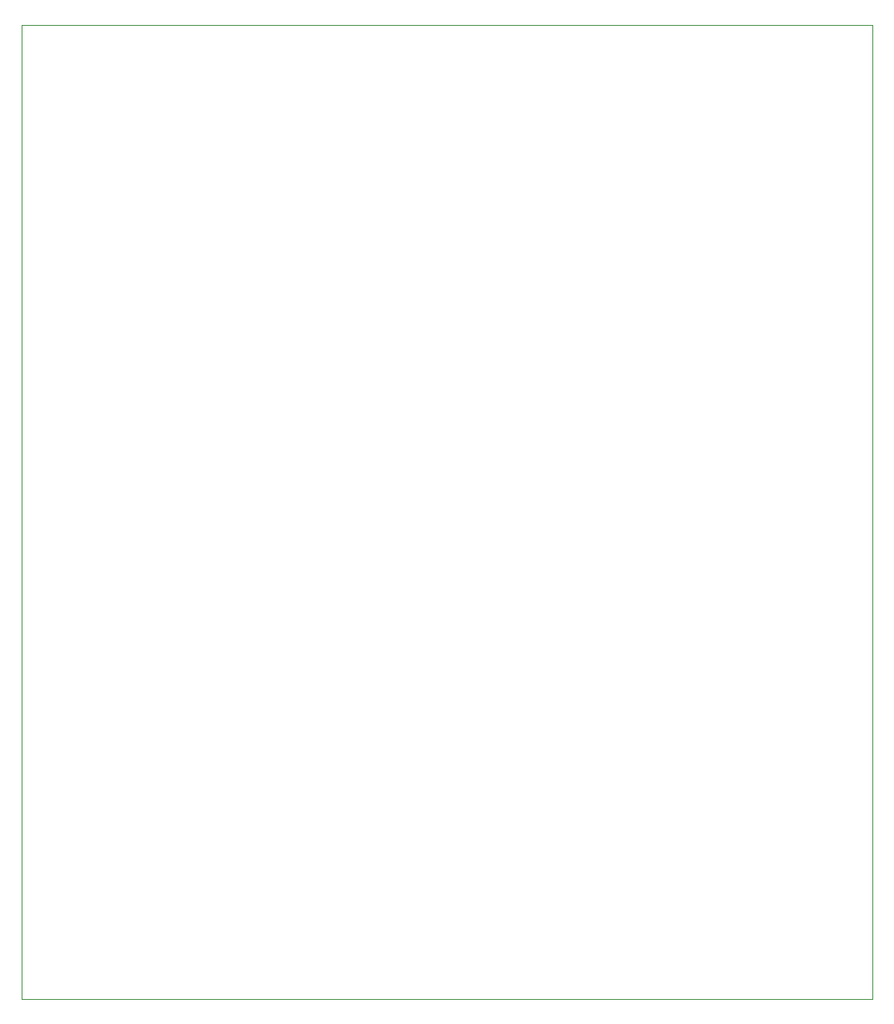
<source format=gbr>
%TF.GenerationSoftware,KiCad,Pcbnew,7.0.11+1*%
%TF.CreationDate,2024-04-14T15:49:12+02:00*%
%TF.ProjectId,GoldCard,476f6c64-4361-4726-942e-6b696361645f,rev?*%
%TF.SameCoordinates,Original*%
%TF.FileFunction,Profile,NP*%
%FSLAX46Y46*%
G04 Gerber Fmt 4.6, Leading zero omitted, Abs format (unit mm)*
G04 Created by KiCad (PCBNEW 7.0.11+1) date 2024-04-14 15:49:12*
%MOMM*%
%LPD*%
G01*
G04 APERTURE LIST*
%TA.AperFunction,Profile*%
%ADD10C,0.100000*%
%TD*%
G04 APERTURE END LIST*
D10*
X157226000Y-142240000D02*
X157226000Y-43180000D01*
X243840000Y-142240000D02*
X157226000Y-142240000D01*
X243840000Y-43180000D02*
X243840000Y-142240000D01*
X157226000Y-43180000D02*
X243840000Y-43180000D01*
M02*

</source>
